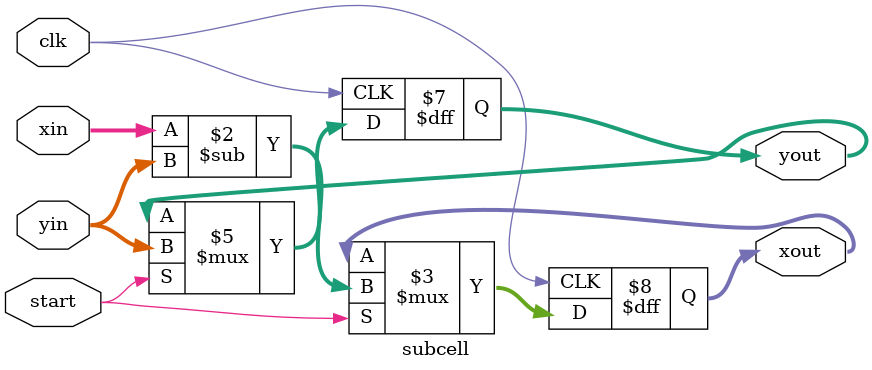
<source format=v>
`timescale 1ns / 1ps
module Hadamard4ptsystolic2d(clk,start,x0,x1,x2,x3,y0,y1,y2,y3);

input signed [8:0] x0,x1,x2,x3;
input clk;
input start;
output signed [8:0] y0,y1,y2,y3;
wire signed [8:0] temp[0:4][0:4];
//wire signed [8:0] px0,py0,px1,py1,py2,px10,py10,px11,py11,py12;

addercell ac11 (clk,start,x0,x1,temp[0][0],temp[0][1]);
addercell ac12 (clk,start,temp[0][0],x2,temp[0][2],temp[0][3]);
addercell ac13 (clk,start,temp[0][2],x3,y0,temp[0][4]);

subcell ac21 (clk,start,x0,temp[0][1],temp[1][0],temp[1][1]);
addercell ac22 (clk,start,temp[1][0],temp[0][3],temp[1][2],temp[1][3]);
subcell ac23 (clk,start,temp[1][2],temp[0][4],y1,temp[1][4]);

addercell ac31 (clk,start,x0,temp[1][1],temp[2][0],temp[2][1]);
subcell ac32 (clk,start,temp[2][0],temp[1][3],temp[2][2],temp[2][3]);
subcell ac33 (clk,start,temp[2][2],temp[1][4],y2,temp[2][4]);

subcell ac41 (clk,start,x0,temp[2][1],temp[3][0],temp[3][1]);
subcell ac42 (clk,start,temp[3][0],temp[2][3],temp[3][2],temp[3][3]);
addercell ac43 (clk,start,temp[3][2],temp[2][4],y3,temp[3][4]);

endmodule

module addercell(clk,start,xin,yin,xout,yout);

input signed [8:0] xin,yin;
input clk;
input start;
output reg signed [8:0] yout,xout;

always@(posedge clk)
begin
	if(start)
		begin
			xout <= $signed(xin) + $signed(yin);
			yout <= $signed(yin);			
		end
end

endmodule

module subcell(clk,start,xin,yin,xout,yout);
input signed [8:0] xin,yin;
input clk;
input start;
output reg signed [8:0] yout,xout;

always@(posedge clk)
begin
	if(start)
		begin
			xout <= $signed(xin) - $signed(yin);
			yout <= $signed(yin);
		end
end

endmodule


</source>
